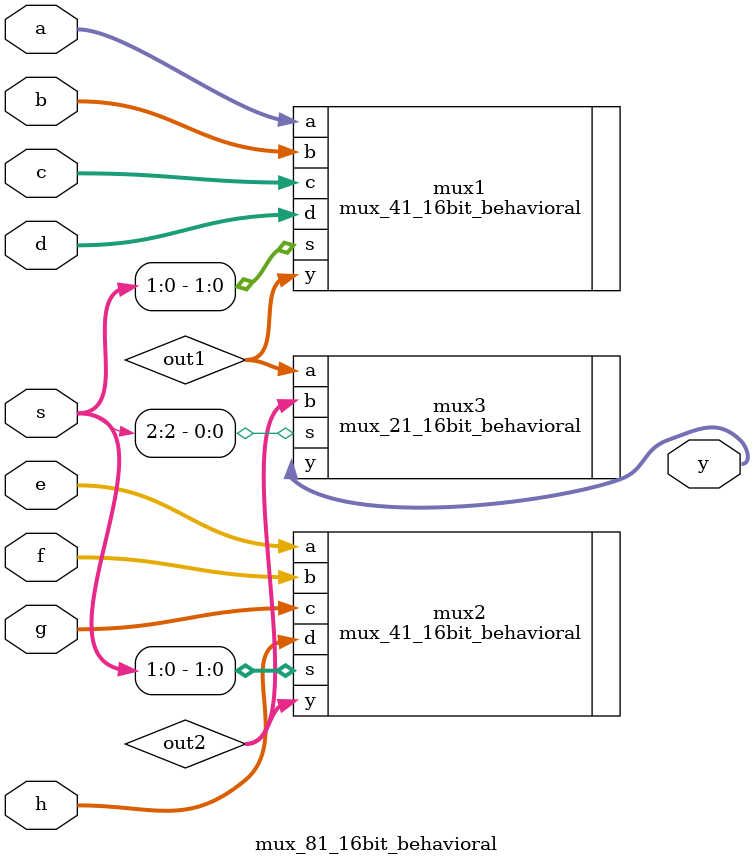
<source format=v>
module mux_81_16bit_behavioral (y, s, a, b, c, d, e, f, g, h);

output [15:0] y;
input [15:0] a, b, c, d, e, f, g, h;
input [2:0] s;

wire [15:0] out1, out2;

mux_41_16bit_behavioral mux1 (.y(out1), .s(s[1:0]), .a(a), .b(b), .c(c), .d(d));
mux_41_16bit_behavioral mux2 (.y(out2), .s(s[1:0]), .a(e), .b(f), .c(g), .d(h));

mux_21_16bit_behavioral mux3 (.y(y), .s(s[2]), .a(out1), .b(out2));

endmodule
</source>
